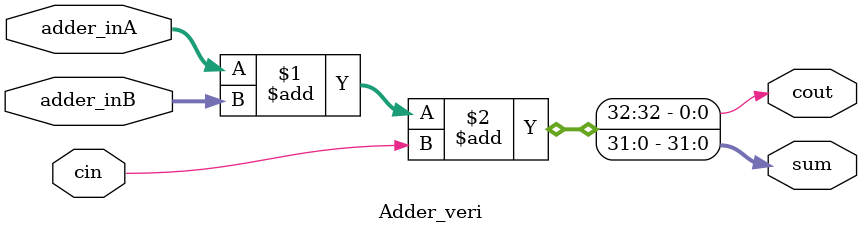
<source format=v>
`timescale 1ns / 1ps


module Adder_veri(output cout, output [31:0]sum, input [31:0]adder_inA, input [31:0]adder_inB, input cin);
    assign {cout,sum} = adder_inA + adder_inB + cin;
endmodule

</source>
